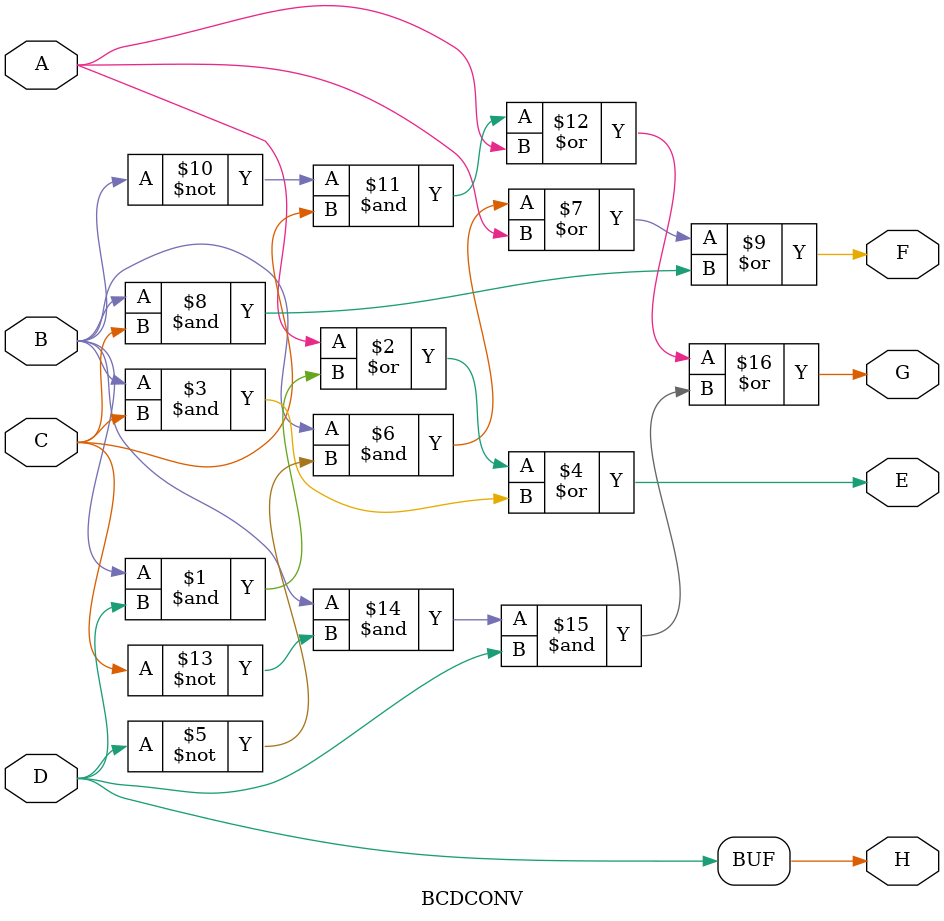
<source format=v>
`timescale 1ns / 1ps


module BCDCONV(
    input A,
    input B,
    input C,
    input D,
    output E,
    output F,
    output G,
    output H
    );
    assign E=A|(B&D)|(B&C);
    assign F=(B&~D)|A|(B&C);
    assign G=(~B&C)|A|(B&~C&D);
    assign H=D;
endmodule

</source>
